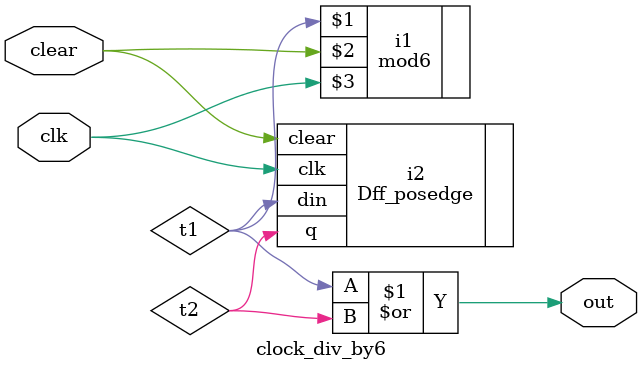
<source format=v>
`timescale 1ns / 1ps

module clock_div_by6(out, clear, clk);
    output out;
    input clear, clk;
    wire t1, t2, t3;
    mod6 i1 (t1, clear, clk);
    Dff_posedge i2(.q(t2), .din(t1), .clear(clear), .clk(clk));
    or (out,t1,t2);
endmodule


</source>
